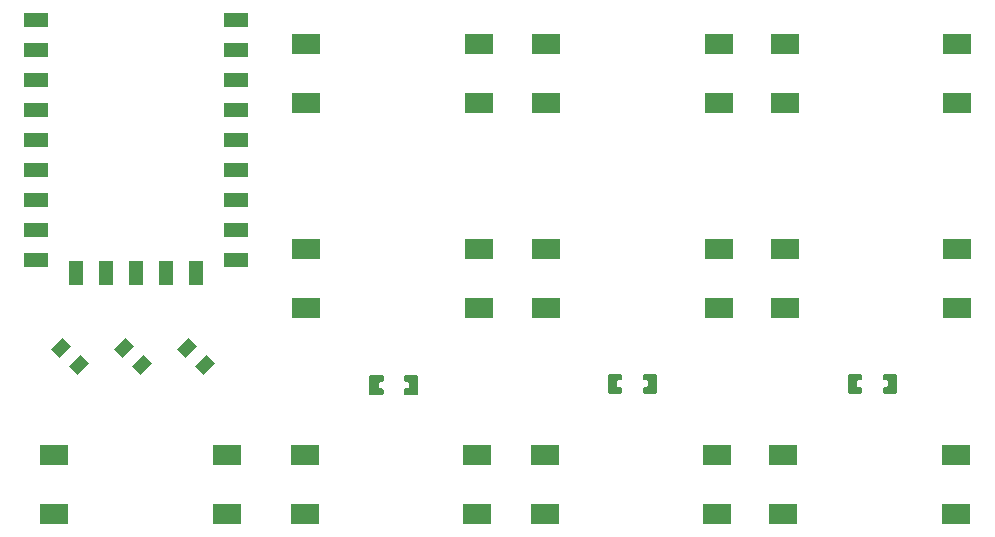
<source format=gtp>
G04 Layer: TopPasteMaskLayer*
G04 EasyEDA v6.5.47, 2024-11-03 14:34:40*
G04 684bee94884246f2b67ba1c568fef4cc,02b1cd47abf14eeea88f237cf3128960,10*
G04 Gerber Generator version 0.2*
G04 Scale: 100 percent, Rotated: No, Reflected: No *
G04 Dimensions in millimeters *
G04 leading zeros omitted , absolute positions ,4 integer and 5 decimal *
%FSLAX45Y45*%
%MOMM*%

%AMMACRO1*21,1,$1,$2,0,0,$3*%
%ADD10MACRO1,1X1.3995X-45.0000*%
%ADD11MACRO1,1X1.3995X135.0000*%
%ADD12R,2.4000X1.8000*%
%ADD13R,2.0000X1.2000*%
%ADD14R,1.2000X2.0000*%

%LPD*%
G36*
X4415485Y15312339D02*
G01*
X4405477Y15302331D01*
X4405477Y15266212D01*
X4415485Y15256205D01*
X4436567Y15256205D01*
X4446574Y15246197D01*
X4446574Y15208402D01*
X4436567Y15198394D01*
X4415485Y15198394D01*
X4405477Y15188387D01*
X4405477Y15152268D01*
X4415485Y15142260D01*
X4516272Y15142260D01*
X4526229Y15152268D01*
X4526229Y15302331D01*
X4516272Y15312339D01*
G37*
G36*
X4119727Y15312339D02*
G01*
X4109770Y15302331D01*
X4109770Y15152268D01*
X4119727Y15142260D01*
X4220514Y15142260D01*
X4230522Y15152268D01*
X4230522Y15188387D01*
X4220514Y15198394D01*
X4199432Y15198394D01*
X4189425Y15208402D01*
X4189425Y15246197D01*
X4199432Y15256205D01*
X4220514Y15256205D01*
X4230522Y15266212D01*
X4230522Y15302331D01*
X4220514Y15312339D01*
G37*
G36*
X6434785Y15325039D02*
G01*
X6424777Y15315031D01*
X6424777Y15278912D01*
X6434785Y15268905D01*
X6455867Y15268905D01*
X6465874Y15258897D01*
X6465874Y15221102D01*
X6455867Y15211094D01*
X6434785Y15211094D01*
X6424777Y15201087D01*
X6424777Y15164968D01*
X6434785Y15154960D01*
X6535572Y15154960D01*
X6545529Y15164968D01*
X6545529Y15315031D01*
X6535572Y15325039D01*
G37*
G36*
X6139027Y15325039D02*
G01*
X6129070Y15315031D01*
X6129070Y15164968D01*
X6139027Y15154960D01*
X6239814Y15154960D01*
X6249822Y15164968D01*
X6249822Y15201087D01*
X6239814Y15211094D01*
X6218732Y15211094D01*
X6208725Y15221102D01*
X6208725Y15258897D01*
X6218732Y15268905D01*
X6239814Y15268905D01*
X6249822Y15278912D01*
X6249822Y15315031D01*
X6239814Y15325039D01*
G37*
G36*
X8466785Y15325039D02*
G01*
X8456777Y15315031D01*
X8456777Y15278912D01*
X8466785Y15268905D01*
X8487867Y15268905D01*
X8497874Y15258897D01*
X8497874Y15221102D01*
X8487867Y15211094D01*
X8466785Y15211094D01*
X8456777Y15201087D01*
X8456777Y15164968D01*
X8466785Y15154960D01*
X8567572Y15154960D01*
X8577529Y15164968D01*
X8577529Y15315031D01*
X8567572Y15325039D01*
G37*
G36*
X8171027Y15325039D02*
G01*
X8161070Y15315031D01*
X8161070Y15164968D01*
X8171027Y15154960D01*
X8271814Y15154960D01*
X8281822Y15164968D01*
X8281822Y15201087D01*
X8271814Y15211094D01*
X8250732Y15211094D01*
X8240725Y15221102D01*
X8240725Y15258897D01*
X8250732Y15268905D01*
X8271814Y15268905D01*
X8281822Y15278912D01*
X8281822Y15315031D01*
X8271814Y15325039D01*
G37*
D10*
G01*
X1500530Y15542869D03*
D11*
G01*
X1649069Y15394330D03*
D10*
G01*
X2034057Y15542742D03*
D11*
G01*
X2182596Y15394203D03*
D10*
G01*
X2567330Y15542869D03*
D11*
G01*
X2715869Y15394330D03*
D12*
G01*
X5035295Y17618862D03*
G01*
X3575304Y17618862D03*
G01*
X5035295Y18118861D03*
G01*
X3575304Y18118861D03*
G01*
X7067295Y17618862D03*
G01*
X5607304Y17618862D03*
G01*
X7067295Y18118861D03*
G01*
X5607304Y18118861D03*
G01*
X9086570Y17618913D03*
G01*
X7626578Y17618913D03*
G01*
X9086570Y18118886D03*
G01*
X7626578Y18118886D03*
G01*
X5035321Y15879038D03*
G01*
X3575329Y15879038D03*
G01*
X5035321Y16379037D03*
G01*
X3575329Y16379037D03*
G01*
X7067295Y15879013D03*
G01*
X5607304Y15879013D03*
G01*
X7067295Y16378986D03*
G01*
X5607304Y16378986D03*
G01*
X9086595Y15879013D03*
G01*
X7626604Y15879013D03*
G01*
X9086595Y16378986D03*
G01*
X7626604Y16378986D03*
G01*
X2901695Y14139062D03*
G01*
X1441704Y14139062D03*
G01*
X2901695Y14639061D03*
G01*
X1441704Y14639061D03*
G01*
X5022595Y14139062D03*
G01*
X3562604Y14139062D03*
G01*
X5022595Y14639061D03*
G01*
X3562604Y14639061D03*
G01*
X7054595Y14139113D03*
G01*
X5594604Y14139113D03*
G01*
X7054595Y14639086D03*
G01*
X5594604Y14639086D03*
G01*
X9073895Y14139062D03*
G01*
X7613904Y14139062D03*
G01*
X9073895Y14639061D03*
G01*
X7613904Y14639061D03*
D13*
G01*
X2983585Y18317083D03*
G01*
X2983585Y18063083D03*
G01*
X2983585Y17809083D03*
G01*
X2983585Y17555083D03*
G01*
X2983585Y17301083D03*
G01*
X2983585Y17047083D03*
G01*
X2983585Y16793083D03*
G01*
X2983585Y16539082D03*
G01*
X2983585Y16285108D03*
D14*
G01*
X2641600Y16176091D03*
G01*
X2387600Y16176091D03*
G01*
X2133600Y16176091D03*
G01*
X1879600Y16176091D03*
G01*
X1625600Y16176091D03*
D13*
G01*
X1283588Y16285108D03*
G01*
X1283588Y16539108D03*
G01*
X1283588Y16793108D03*
G01*
X1283588Y17047108D03*
G01*
X1283588Y17301108D03*
G01*
X1283588Y17555108D03*
G01*
X1283588Y17809083D03*
G01*
X1283588Y18063083D03*
G01*
X1283588Y18317083D03*
M02*

</source>
